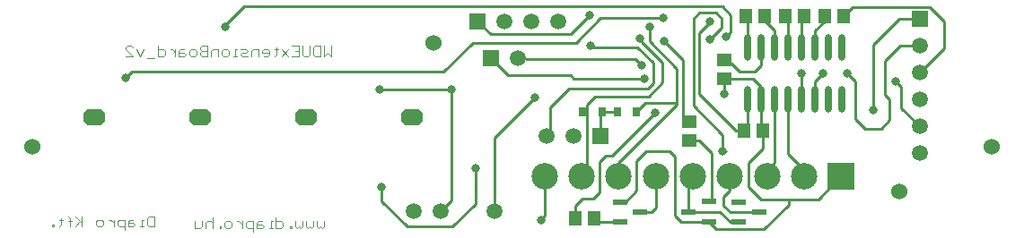
<source format=gbl>
%FSTAX24Y24*%
%MOIN*%
G70*
G01*
G75*
G04 Layer_Physical_Order=2*
G04 Layer_Color=16711680*
%ADD10R,0.0532X0.0472*%
%ADD11R,0.0728X0.0472*%
%ADD12R,0.0472X0.0532*%
%ADD13R,0.0807X0.0157*%
%ADD14R,0.0433X0.0256*%
%ADD15R,0.0472X0.0551*%
%ADD16R,0.0551X0.0472*%
%ADD17C,0.0100*%
%ADD18C,0.0200*%
G04:AMPARAMS|DCode=19|XSize=78.7mil|YSize=60mil|CornerRadius=0mil|HoleSize=0mil|Usage=FLASHONLY|Rotation=0.000|XOffset=0mil|YOffset=0mil|HoleType=Round|Shape=Octagon|*
%AMOCTAGOND19*
4,1,8,0.0394,-0.0150,0.0394,0.0150,0.0244,0.0300,-0.0244,0.0300,-0.0394,0.0150,-0.0394,-0.0150,-0.0244,-0.0300,0.0244,-0.0300,0.0394,-0.0150,0.0*
%
%ADD19OCTAGOND19*%

%ADD20C,0.0600*%
%ADD21R,0.0591X0.0591*%
%ADD22C,0.0591*%
%ADD23R,0.0591X0.0591*%
%ADD24C,0.0984*%
%ADD25R,0.0984X0.0984*%
%ADD26C,0.0320*%
%ADD27R,0.0551X0.0236*%
%ADD28O,0.0276X0.0984*%
%ADD29R,0.0315X0.0374*%
%ADD30C,0.0039*%
D10*
X070689Y044852D02*
D03*
Y04556D02*
D03*
D12*
X06715Y041949D02*
D03*
X066441D02*
D03*
D15*
X075698Y049489D02*
D03*
X076407D02*
D03*
X074241D02*
D03*
X07495D02*
D03*
X073493D02*
D03*
X072785D02*
D03*
X072697Y045206D02*
D03*
X073406D02*
D03*
D16*
X071973Y047862D02*
D03*
Y047154D02*
D03*
D17*
X059189Y046737D02*
X059202Y04675D01*
X06185D01*
X049756Y047174D02*
Y047182D01*
X053402Y049088D02*
X053433D01*
X059259Y042577D02*
Y043118D01*
X071906Y044446D02*
Y045063D01*
X064609Y0479D02*
X068679D01*
X059259Y042577D02*
X060201Y041635D01*
X061882D01*
X071906Y044446D02*
X071906Y044446D01*
X072052D01*
X061449Y042214D02*
X06185Y042615D01*
Y04675D01*
X072846Y048327D02*
Y049428D01*
X072785Y049489D02*
X072846Y049428D01*
X073846Y048327D02*
Y048954D01*
X073493Y049307D02*
X073846Y048954D01*
X073493Y049307D02*
Y049489D01*
X074346Y048327D02*
Y049384D01*
X074241Y049489D02*
X074346Y049384D01*
X074846Y048327D02*
Y049384D01*
X07495Y049489D01*
X075346Y048327D02*
Y048946D01*
X075698Y049298D01*
Y049489D01*
X073346Y045266D02*
Y046398D01*
Y045266D02*
X073406Y045206D01*
X072846Y045354D02*
Y046398D01*
X072697Y045206D02*
X072846Y045354D01*
X073846Y044032D02*
Y046398D01*
X073563Y043749D02*
X073846Y044032D01*
X074346Y044345D02*
Y046398D01*
Y044345D02*
X074941Y043749D01*
X073346Y047646D02*
Y048327D01*
X073111Y047411D02*
X073346Y047646D01*
X072539Y047411D02*
X073111D01*
X07485Y046402D02*
Y04735D01*
X074846Y046398D02*
X07485Y046402D01*
X075346Y047046D02*
X07565Y04735D01*
X075346Y046398D02*
Y047046D01*
X077517Y045983D02*
Y048417D01*
X078471Y049371D01*
X079233D01*
X063449Y044949D02*
X06495Y04645D01*
X063449Y042214D02*
Y044949D01*
X067107Y042686D02*
X06735Y04293D01*
X07655Y04735D02*
X07685Y04705D01*
Y04565D02*
Y04705D01*
Y04565D02*
X0772Y0453D01*
X0778D01*
X078121Y045621D01*
Y046379D01*
X078521Y048371D02*
X079233D01*
X07855Y046054D02*
X079233Y045371D01*
X07855Y046054D02*
Y04685D01*
X07835Y04705D02*
X07855Y04685D01*
X06735Y04293D02*
Y04405D01*
X070689Y044852D02*
X071048D01*
X07065Y043592D02*
X070807Y043749D01*
X0715Y042571D02*
Y0444D01*
X071048Y044852D02*
X0715Y0444D01*
X068679Y0479D02*
X068922Y047657D01*
X066674Y043513D02*
X06689Y04373D01*
X072237Y047713D02*
X072539Y047411D01*
X071441Y049267D02*
Y04928D01*
X071449Y048606D02*
X07189Y049047D01*
Y049398D01*
X071678Y04961D02*
X07189Y049398D01*
X072036Y048709D02*
X072209Y048882D01*
Y049528D01*
X071901Y049836D02*
X072209Y049528D01*
X053402Y049088D02*
Y049107D01*
X05413Y049836D01*
X049756Y047174D02*
X049985Y047403D01*
X072409Y045206D02*
X072697D01*
X065296Y042055D02*
Y043513D01*
X066722Y042686D02*
X067107D01*
X066441Y042406D02*
X066722Y042686D01*
X066441Y041949D02*
Y042406D01*
X069268Y042193D02*
X06943Y042354D01*
X068851Y042193D02*
X069268D01*
X06943Y042354D02*
Y043513D01*
Y043749D01*
X07065Y042189D02*
Y043592D01*
X067107Y041978D02*
X067281Y041803D01*
X067956D01*
X068052Y043513D02*
Y044012D01*
X077957Y046543D02*
X078121Y046379D01*
X077957Y046543D02*
Y047807D01*
X078521Y048371D01*
X071973Y046594D02*
Y047154D01*
X073346Y046398D02*
Y046859D01*
X073052Y047154D02*
X073346Y046859D01*
X071973Y047154D02*
X073052D01*
X072201Y042193D02*
X073272D01*
X072185Y042969D02*
Y043513D01*
X071961Y042744D02*
X072185Y042969D01*
X071961Y042433D02*
Y042744D01*
Y042433D02*
X072201Y042193D01*
X072185Y043749D02*
X072301D01*
X073406Y044563D02*
Y045206D01*
X07287Y044028D02*
X073406Y044563D01*
X07287Y043134D02*
Y044028D01*
Y043134D02*
X073339Y042665D01*
X075472D02*
X076319Y043513D01*
X068103Y042567D02*
X068311D01*
X068721Y042976D01*
Y044098D01*
X069083Y044461D01*
X069933D01*
X070142Y044252D01*
Y042047D02*
Y044252D01*
X070363Y041827D02*
X071402D01*
X070142Y042047D02*
X070363Y041827D01*
X071402D02*
X071693Y041535D01*
X073453D01*
X074374Y042457D01*
X073339Y042665D02*
X074374D01*
X075472D01*
X074374Y042457D02*
Y042665D01*
X076407Y049489D02*
X076735Y049817D01*
X079617D02*
X080134Y049299D01*
X076735Y049817D02*
X079617D01*
X080134Y048273D02*
Y049299D01*
X079233Y047371D02*
X080134Y048273D01*
X061882Y041635D02*
X062729Y042481D01*
Y043822D01*
X06739Y049409D02*
X069721D01*
X062823Y0493D02*
X063313Y04881D01*
X049985Y047403D02*
X061561D01*
X065382Y045009D02*
X0655Y045127D01*
X063311Y047911D02*
X063943Y04728D01*
X066264D01*
X066394Y04715D01*
X069D01*
X063313Y04881D02*
X066271D01*
X066973Y049512D01*
X071035Y04658D02*
X072409Y045206D01*
X071035Y04658D02*
Y048862D01*
X071036D01*
X071441Y049267D01*
X070831Y046138D02*
X071906Y045063D01*
X05413Y049836D02*
X071901D01*
X071056Y04961D02*
X071678D01*
X070831Y046138D02*
Y049386D01*
X071056Y04961D01*
X070453Y045796D02*
X070689Y04556D01*
X070453Y045796D02*
Y047853D01*
X069756Y04855D02*
X070453Y047853D01*
X068052Y044012D02*
X070225Y046185D01*
X069213Y048535D02*
Y049098D01*
Y048535D02*
X070225Y047524D01*
Y046185D02*
Y047524D01*
X06891Y048512D02*
Y048677D01*
X066996Y04837D02*
X067035Y048332D01*
X069142Y046791D02*
X069329Y046979D01*
X066201Y046791D02*
X069142D01*
X0655Y045127D02*
Y046091D01*
X066201Y046791D01*
X065103Y041862D02*
X065296Y042055D01*
X061561Y047403D02*
X062642Y048484D01*
X066465D01*
X06739Y049409D01*
X067035Y048332D02*
X068747D01*
X069329Y04775D01*
Y046979D02*
Y04775D01*
X069181Y0465D02*
X069685Y047004D01*
Y047736D01*
X06891Y048512D02*
X069685Y047736D01*
X06689Y04373D02*
Y046197D01*
X067193Y0465D01*
X069181D01*
X068721Y045917D02*
X069044Y04624D01*
X07017D01*
X070225Y046185D01*
X067382Y045009D02*
Y045894D01*
X067422Y045933D01*
X067437Y045917D01*
X068012D01*
X06735Y04405D02*
X067568Y044268D01*
X0678D01*
X069418Y045886D01*
X072205Y041803D02*
X072405D01*
X07065Y042189D02*
X071819D01*
X072205Y041803D01*
D19*
X060374Y045711D02*
D03*
X056437D02*
D03*
X0525D02*
D03*
X048563D02*
D03*
D20*
X081914Y044623D02*
D03*
X046284D02*
D03*
X078485Y042962D02*
D03*
X061162Y048474D02*
D03*
D21*
X067382Y045009D02*
D03*
X063311Y047911D02*
D03*
X062823Y0493D02*
D03*
D22*
X066382Y045009D02*
D03*
X065382D02*
D03*
X064311Y047911D02*
D03*
X060449Y042214D02*
D03*
X061449D02*
D03*
X063449D02*
D03*
X065823Y0493D02*
D03*
X064823D02*
D03*
X063823D02*
D03*
X079233Y044371D02*
D03*
Y045371D02*
D03*
Y046371D02*
D03*
Y047371D02*
D03*
Y048371D02*
D03*
D23*
Y049371D02*
D03*
D24*
X065296Y043513D02*
D03*
X070807D02*
D03*
X066674D02*
D03*
X073563D02*
D03*
X068052D02*
D03*
X06943D02*
D03*
X072185D02*
D03*
X074941D02*
D03*
D25*
X076319D02*
D03*
D26*
X059189Y046737D02*
D03*
X049756Y047182D02*
D03*
X053433Y049088D02*
D03*
X059259Y043118D02*
D03*
X062729Y043822D02*
D03*
X071906Y044446D02*
D03*
X06185Y04675D02*
D03*
X07485Y04735D02*
D03*
X07565D02*
D03*
X077517Y045983D02*
D03*
X07835Y04705D02*
D03*
X06495Y04645D02*
D03*
X069418Y045886D02*
D03*
X07655Y04735D02*
D03*
X068922Y047657D02*
D03*
X071973Y046594D02*
D03*
X069756Y04855D02*
D03*
X068859Y048642D02*
D03*
X069213Y049098D02*
D03*
X069Y04715D02*
D03*
X071449Y048606D02*
D03*
X066973Y049512D02*
D03*
X072036Y048709D02*
D03*
X071441Y04928D02*
D03*
X069721Y049409D02*
D03*
X06517Y041874D02*
D03*
X066996Y04837D02*
D03*
D27*
X068103Y041819D02*
D03*
Y042567D02*
D03*
X068851Y042193D02*
D03*
X070654Y042201D02*
D03*
X071402Y041827D02*
D03*
Y042575D02*
D03*
X072524Y041819D02*
D03*
Y042567D02*
D03*
X073272Y042193D02*
D03*
D28*
X072846Y048327D02*
D03*
X073346D02*
D03*
X073846D02*
D03*
X074346D02*
D03*
X074846D02*
D03*
X075346D02*
D03*
X075846D02*
D03*
X076346D02*
D03*
X072846Y046398D02*
D03*
X073346D02*
D03*
X073846D02*
D03*
X074346D02*
D03*
X074846D02*
D03*
X075346D02*
D03*
X075846D02*
D03*
X076346D02*
D03*
D29*
X068721Y045909D02*
D03*
X068012D02*
D03*
X066721Y045909D02*
D03*
X06743D02*
D03*
D30*
X057367Y04839D02*
Y047996D01*
X057235Y048127D01*
X057104Y047996D01*
Y04839D01*
X056973D02*
Y047996D01*
X056776D01*
X056711Y048062D01*
Y048324D01*
X056776Y04839D01*
X056973D01*
X056579D02*
Y048062D01*
X056514Y047996D01*
X056383D01*
X056317Y048062D01*
Y04839D01*
X055923D02*
X056186D01*
Y047996D01*
X055923D01*
X056186Y048193D02*
X056055D01*
X055792Y048258D02*
X05553Y047996D01*
X055661Y048127D01*
X05553Y048258D01*
X055792Y047996D01*
X055333Y048324D02*
Y048258D01*
X055399D01*
X055267D01*
X055333D01*
Y048062D01*
X055267Y047996D01*
X054874D02*
X055005D01*
X055071Y048062D01*
Y048193D01*
X055005Y048258D01*
X054874D01*
X054808Y048193D01*
Y048127D01*
X055071D01*
X054677Y047996D02*
Y048258D01*
X05448D01*
X054415Y048193D01*
Y047996D01*
X054284D02*
X054087D01*
X054021Y048062D01*
X054087Y048127D01*
X054218D01*
X054284Y048193D01*
X054218Y048258D01*
X054021D01*
X05389Y047996D02*
X053759D01*
X053824D01*
Y048258D01*
X05389D01*
X053496Y047996D02*
X053365D01*
X0533Y048062D01*
Y048193D01*
X053365Y048258D01*
X053496D01*
X053562Y048193D01*
Y048062D01*
X053496Y047996D01*
X053168D02*
Y048258D01*
X052972D01*
X052906Y048193D01*
Y047996D01*
X052775Y04839D02*
Y047996D01*
X052578D01*
X052512Y048062D01*
Y048127D01*
X052578Y048193D01*
X052775D01*
X052578D01*
X052512Y048258D01*
Y048324D01*
X052578Y04839D01*
X052775D01*
X052316Y047996D02*
X052184D01*
X052119Y048062D01*
Y048193D01*
X052184Y048258D01*
X052316D01*
X052381Y048193D01*
Y048062D01*
X052316Y047996D01*
X051922Y048258D02*
X051791D01*
X051725Y048193D01*
Y047996D01*
X051922D01*
X051988Y048062D01*
X051922Y048127D01*
X051725D01*
X051594Y048258D02*
Y047996D01*
Y048127D01*
X051529Y048193D01*
X051463Y048258D01*
X051397D01*
X050938Y04839D02*
Y047996D01*
X051135D01*
X051201Y048062D01*
Y048193D01*
X051135Y048258D01*
X050938D01*
X050807Y04793D02*
X050545D01*
X050413Y048258D02*
X050282Y047996D01*
X050151Y048258D01*
X049757Y047996D02*
X05002D01*
X049757Y048258D01*
Y048324D01*
X049823Y04839D01*
X049954D01*
X05002Y048324D01*
X057099Y041842D02*
Y041646D01*
X057033Y04158D01*
X056968Y041646D01*
X056902Y04158D01*
X056836Y041646D01*
Y041842D01*
X056705D02*
Y041646D01*
X05664Y04158D01*
X056574Y041646D01*
X056508Y04158D01*
X056443Y041646D01*
Y041842D01*
X056312D02*
Y041646D01*
X056246Y04158D01*
X05618Y041646D01*
X056115Y04158D01*
X056049Y041646D01*
Y041842D01*
X055918Y04158D02*
Y041646D01*
X055852D01*
Y04158D01*
X055918D01*
X055328Y041974D02*
Y04158D01*
X055525D01*
X05559Y041646D01*
Y041777D01*
X055525Y041842D01*
X055328D01*
X055197Y04158D02*
X055065D01*
X055131D01*
Y041842D01*
X055197D01*
X054803D02*
X054672D01*
X054606Y041777D01*
Y04158D01*
X054803D01*
X054869Y041646D01*
X054803Y041711D01*
X054606D01*
X054475Y041449D02*
Y041842D01*
X054278D01*
X054213Y041777D01*
Y041646D01*
X054278Y04158D01*
X054475D01*
X054081Y041842D02*
Y04158D01*
Y041711D01*
X054016Y041777D01*
X05395Y041842D01*
X053885D01*
X053622Y04158D02*
X053491D01*
X053425Y041646D01*
Y041777D01*
X053491Y041842D01*
X053622D01*
X053688Y041777D01*
Y041646D01*
X053622Y04158D01*
X053294D02*
Y041646D01*
X053229D01*
Y04158D01*
X053294D01*
X052966Y041974D02*
Y04158D01*
Y041777D01*
X052901Y041842D01*
X05277D01*
X052704Y041777D01*
Y04158D01*
X052573Y041842D02*
Y041646D01*
X052507Y04158D01*
X05231D01*
Y041842D01*
X050815Y042033D02*
Y041639D01*
X050619D01*
X050553Y041705D01*
Y041967D01*
X050619Y042033D01*
X050815D01*
X050422Y041639D02*
X050291D01*
X050356D01*
Y041901D01*
X050422D01*
X050028D02*
X049897D01*
X049831Y041836D01*
Y041639D01*
X050028D01*
X050094Y041705D01*
X050028Y04177D01*
X049831D01*
X0497Y041508D02*
Y041901D01*
X049503D01*
X049438Y041836D01*
Y041705D01*
X049503Y041639D01*
X0497D01*
X049307Y041901D02*
Y041639D01*
Y04177D01*
X049241Y041836D01*
X049175Y041901D01*
X04911D01*
X048847Y041639D02*
X048716D01*
X048651Y041705D01*
Y041836D01*
X048716Y041901D01*
X048847D01*
X048913Y041836D01*
Y041705D01*
X048847Y041639D01*
X048126Y042033D02*
Y041639D01*
Y04177D01*
X047864Y042033D01*
X04806Y041836D01*
X047864Y041639D01*
X047667D02*
Y041967D01*
Y041836D01*
X047732D01*
X047601D01*
X047667D01*
Y041967D01*
X047601Y042033D01*
X047339Y041967D02*
Y041901D01*
X047404D01*
X047273D01*
X047339D01*
Y041705D01*
X047273Y041639D01*
X047076D02*
Y041705D01*
X047011D01*
Y041639D01*
X047076D01*
M02*

</source>
